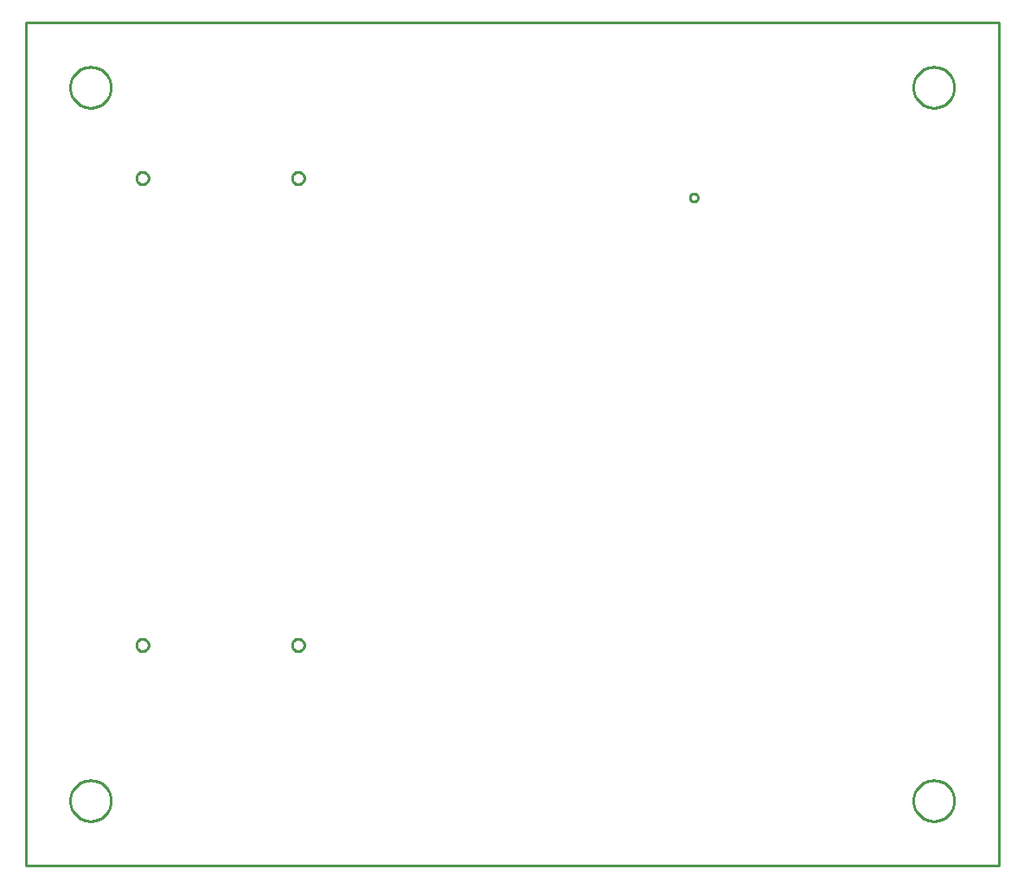
<source format=gbr>
G04 EAGLE Gerber RS-274X export*
G75*
%MOMM*%
%FSLAX34Y34*%
%LPD*%
%IN*%
%IPPOS*%
%AMOC8*
5,1,8,0,0,1.08239X$1,22.5*%
G01*
%ADD10C,0.254000*%


D10*
X0Y0D02*
X952500Y0D01*
X952500Y825500D01*
X0Y825500D01*
X0Y0D01*
X83500Y761396D02*
X83427Y760189D01*
X83281Y758989D01*
X83063Y757800D01*
X82774Y756627D01*
X82415Y755473D01*
X81986Y754343D01*
X81490Y753241D01*
X80928Y752170D01*
X80303Y751136D01*
X79616Y750141D01*
X78871Y749190D01*
X78069Y748285D01*
X77215Y747431D01*
X76310Y746629D01*
X75359Y745884D01*
X74364Y745197D01*
X73330Y744572D01*
X72259Y744010D01*
X71157Y743514D01*
X70027Y743085D01*
X68873Y742726D01*
X67700Y742437D01*
X66511Y742219D01*
X65311Y742073D01*
X64104Y742000D01*
X62896Y742000D01*
X61689Y742073D01*
X60489Y742219D01*
X59300Y742437D01*
X58127Y742726D01*
X56973Y743085D01*
X55843Y743514D01*
X54741Y744010D01*
X53670Y744572D01*
X52636Y745197D01*
X51641Y745884D01*
X50690Y746629D01*
X49785Y747431D01*
X48931Y748285D01*
X48129Y749190D01*
X47384Y750141D01*
X46697Y751136D01*
X46072Y752170D01*
X45510Y753241D01*
X45014Y754343D01*
X44585Y755473D01*
X44226Y756627D01*
X43937Y757800D01*
X43719Y758989D01*
X43573Y760189D01*
X43500Y761396D01*
X43500Y762604D01*
X43573Y763811D01*
X43719Y765011D01*
X43937Y766200D01*
X44226Y767373D01*
X44585Y768527D01*
X45014Y769657D01*
X45510Y770759D01*
X46072Y771830D01*
X46697Y772864D01*
X47384Y773859D01*
X48129Y774810D01*
X48931Y775715D01*
X49785Y776569D01*
X50690Y777371D01*
X51641Y778116D01*
X52636Y778803D01*
X53670Y779428D01*
X54741Y779990D01*
X55843Y780486D01*
X56973Y780915D01*
X58127Y781274D01*
X59300Y781563D01*
X60489Y781781D01*
X61689Y781927D01*
X62896Y782000D01*
X64104Y782000D01*
X65311Y781927D01*
X66511Y781781D01*
X67700Y781563D01*
X68873Y781274D01*
X70027Y780915D01*
X71157Y780486D01*
X72259Y779990D01*
X73330Y779428D01*
X74364Y778803D01*
X75359Y778116D01*
X76310Y777371D01*
X77215Y776569D01*
X78069Y775715D01*
X78871Y774810D01*
X79616Y773859D01*
X80303Y772864D01*
X80928Y771830D01*
X81490Y770759D01*
X81986Y769657D01*
X82415Y768527D01*
X82774Y767373D01*
X83063Y766200D01*
X83281Y765011D01*
X83427Y763811D01*
X83500Y762604D01*
X83500Y761396D01*
X909000Y761396D02*
X908927Y760189D01*
X908781Y758989D01*
X908563Y757800D01*
X908274Y756627D01*
X907915Y755473D01*
X907486Y754343D01*
X906990Y753241D01*
X906428Y752170D01*
X905803Y751136D01*
X905116Y750141D01*
X904371Y749190D01*
X903569Y748285D01*
X902715Y747431D01*
X901810Y746629D01*
X900859Y745884D01*
X899864Y745197D01*
X898830Y744572D01*
X897759Y744010D01*
X896657Y743514D01*
X895527Y743085D01*
X894373Y742726D01*
X893200Y742437D01*
X892011Y742219D01*
X890811Y742073D01*
X889604Y742000D01*
X888396Y742000D01*
X887189Y742073D01*
X885989Y742219D01*
X884800Y742437D01*
X883627Y742726D01*
X882473Y743085D01*
X881343Y743514D01*
X880241Y744010D01*
X879170Y744572D01*
X878136Y745197D01*
X877141Y745884D01*
X876190Y746629D01*
X875285Y747431D01*
X874431Y748285D01*
X873629Y749190D01*
X872884Y750141D01*
X872197Y751136D01*
X871572Y752170D01*
X871010Y753241D01*
X870514Y754343D01*
X870085Y755473D01*
X869726Y756627D01*
X869437Y757800D01*
X869219Y758989D01*
X869073Y760189D01*
X869000Y761396D01*
X869000Y762604D01*
X869073Y763811D01*
X869219Y765011D01*
X869437Y766200D01*
X869726Y767373D01*
X870085Y768527D01*
X870514Y769657D01*
X871010Y770759D01*
X871572Y771830D01*
X872197Y772864D01*
X872884Y773859D01*
X873629Y774810D01*
X874431Y775715D01*
X875285Y776569D01*
X876190Y777371D01*
X877141Y778116D01*
X878136Y778803D01*
X879170Y779428D01*
X880241Y779990D01*
X881343Y780486D01*
X882473Y780915D01*
X883627Y781274D01*
X884800Y781563D01*
X885989Y781781D01*
X887189Y781927D01*
X888396Y782000D01*
X889604Y782000D01*
X890811Y781927D01*
X892011Y781781D01*
X893200Y781563D01*
X894373Y781274D01*
X895527Y780915D01*
X896657Y780486D01*
X897759Y779990D01*
X898830Y779428D01*
X899864Y778803D01*
X900859Y778116D01*
X901810Y777371D01*
X902715Y776569D01*
X903569Y775715D01*
X904371Y774810D01*
X905116Y773859D01*
X905803Y772864D01*
X906428Y771830D01*
X906990Y770759D01*
X907486Y769657D01*
X907915Y768527D01*
X908274Y767373D01*
X908563Y766200D01*
X908781Y765011D01*
X908927Y763811D01*
X909000Y762604D01*
X909000Y761396D01*
X909000Y62896D02*
X908927Y61689D01*
X908781Y60489D01*
X908563Y59300D01*
X908274Y58127D01*
X907915Y56973D01*
X907486Y55843D01*
X906990Y54741D01*
X906428Y53670D01*
X905803Y52636D01*
X905116Y51641D01*
X904371Y50690D01*
X903569Y49785D01*
X902715Y48931D01*
X901810Y48129D01*
X900859Y47384D01*
X899864Y46697D01*
X898830Y46072D01*
X897759Y45510D01*
X896657Y45014D01*
X895527Y44585D01*
X894373Y44226D01*
X893200Y43937D01*
X892011Y43719D01*
X890811Y43573D01*
X889604Y43500D01*
X888396Y43500D01*
X887189Y43573D01*
X885989Y43719D01*
X884800Y43937D01*
X883627Y44226D01*
X882473Y44585D01*
X881343Y45014D01*
X880241Y45510D01*
X879170Y46072D01*
X878136Y46697D01*
X877141Y47384D01*
X876190Y48129D01*
X875285Y48931D01*
X874431Y49785D01*
X873629Y50690D01*
X872884Y51641D01*
X872197Y52636D01*
X871572Y53670D01*
X871010Y54741D01*
X870514Y55843D01*
X870085Y56973D01*
X869726Y58127D01*
X869437Y59300D01*
X869219Y60489D01*
X869073Y61689D01*
X869000Y62896D01*
X869000Y64104D01*
X869073Y65311D01*
X869219Y66511D01*
X869437Y67700D01*
X869726Y68873D01*
X870085Y70027D01*
X870514Y71157D01*
X871010Y72259D01*
X871572Y73330D01*
X872197Y74364D01*
X872884Y75359D01*
X873629Y76310D01*
X874431Y77215D01*
X875285Y78069D01*
X876190Y78871D01*
X877141Y79616D01*
X878136Y80303D01*
X879170Y80928D01*
X880241Y81490D01*
X881343Y81986D01*
X882473Y82415D01*
X883627Y82774D01*
X884800Y83063D01*
X885989Y83281D01*
X887189Y83427D01*
X888396Y83500D01*
X889604Y83500D01*
X890811Y83427D01*
X892011Y83281D01*
X893200Y83063D01*
X894373Y82774D01*
X895527Y82415D01*
X896657Y81986D01*
X897759Y81490D01*
X898830Y80928D01*
X899864Y80303D01*
X900859Y79616D01*
X901810Y78871D01*
X902715Y78069D01*
X903569Y77215D01*
X904371Y76310D01*
X905116Y75359D01*
X905803Y74364D01*
X906428Y73330D01*
X906990Y72259D01*
X907486Y71157D01*
X907915Y70027D01*
X908274Y68873D01*
X908563Y67700D01*
X908781Y66511D01*
X908927Y65311D01*
X909000Y64104D01*
X909000Y62896D01*
X83500Y62896D02*
X83427Y61689D01*
X83281Y60489D01*
X83063Y59300D01*
X82774Y58127D01*
X82415Y56973D01*
X81986Y55843D01*
X81490Y54741D01*
X80928Y53670D01*
X80303Y52636D01*
X79616Y51641D01*
X78871Y50690D01*
X78069Y49785D01*
X77215Y48931D01*
X76310Y48129D01*
X75359Y47384D01*
X74364Y46697D01*
X73330Y46072D01*
X72259Y45510D01*
X71157Y45014D01*
X70027Y44585D01*
X68873Y44226D01*
X67700Y43937D01*
X66511Y43719D01*
X65311Y43573D01*
X64104Y43500D01*
X62896Y43500D01*
X61689Y43573D01*
X60489Y43719D01*
X59300Y43937D01*
X58127Y44226D01*
X56973Y44585D01*
X55843Y45014D01*
X54741Y45510D01*
X53670Y46072D01*
X52636Y46697D01*
X51641Y47384D01*
X50690Y48129D01*
X49785Y48931D01*
X48931Y49785D01*
X48129Y50690D01*
X47384Y51641D01*
X46697Y52636D01*
X46072Y53670D01*
X45510Y54741D01*
X45014Y55843D01*
X44585Y56973D01*
X44226Y58127D01*
X43937Y59300D01*
X43719Y60489D01*
X43573Y61689D01*
X43500Y62896D01*
X43500Y64104D01*
X43573Y65311D01*
X43719Y66511D01*
X43937Y67700D01*
X44226Y68873D01*
X44585Y70027D01*
X45014Y71157D01*
X45510Y72259D01*
X46072Y73330D01*
X46697Y74364D01*
X47384Y75359D01*
X48129Y76310D01*
X48931Y77215D01*
X49785Y78069D01*
X50690Y78871D01*
X51641Y79616D01*
X52636Y80303D01*
X53670Y80928D01*
X54741Y81490D01*
X55843Y81986D01*
X56973Y82415D01*
X58127Y82774D01*
X59300Y83063D01*
X60489Y83281D01*
X61689Y83427D01*
X62896Y83500D01*
X64104Y83500D01*
X65311Y83427D01*
X66511Y83281D01*
X67700Y83063D01*
X68873Y82774D01*
X70027Y82415D01*
X71157Y81986D01*
X72259Y81490D01*
X73330Y80928D01*
X74364Y80303D01*
X75359Y79616D01*
X76310Y78871D01*
X77215Y78069D01*
X78069Y77215D01*
X78871Y76310D01*
X79616Y75359D01*
X80303Y74364D01*
X80928Y73330D01*
X81490Y72259D01*
X81986Y71157D01*
X82415Y70027D01*
X82774Y68873D01*
X83063Y67700D01*
X83281Y66511D01*
X83427Y65311D01*
X83500Y64104D01*
X83500Y62896D01*
X658025Y653789D02*
X657957Y653273D01*
X657822Y652770D01*
X657623Y652288D01*
X657362Y651837D01*
X657045Y651423D01*
X656677Y651055D01*
X656263Y650738D01*
X655812Y650477D01*
X655331Y650278D01*
X654827Y650143D01*
X654311Y650075D01*
X653789Y650075D01*
X653273Y650143D01*
X652770Y650278D01*
X652288Y650477D01*
X651837Y650738D01*
X651423Y651055D01*
X651055Y651423D01*
X650738Y651837D01*
X650477Y652288D01*
X650278Y652770D01*
X650143Y653273D01*
X650075Y653789D01*
X650075Y654311D01*
X650143Y654827D01*
X650278Y655331D01*
X650477Y655812D01*
X650738Y656263D01*
X651055Y656677D01*
X651423Y657045D01*
X651837Y657362D01*
X652288Y657623D01*
X652770Y657822D01*
X653273Y657957D01*
X653789Y658025D01*
X654311Y658025D01*
X654827Y657957D01*
X655331Y657822D01*
X655812Y657623D01*
X656263Y657362D01*
X656677Y657045D01*
X657045Y656677D01*
X657362Y656263D01*
X657623Y655812D01*
X657822Y655331D01*
X657957Y654827D01*
X658025Y654311D01*
X658025Y653789D01*
X260700Y673437D02*
X260775Y674107D01*
X260925Y674764D01*
X261148Y675400D01*
X261440Y676007D01*
X261799Y676578D01*
X262219Y677104D01*
X262696Y677581D01*
X263223Y678001D01*
X263793Y678360D01*
X264400Y678652D01*
X265036Y678875D01*
X265693Y679025D01*
X266363Y679100D01*
X267037Y679100D01*
X267707Y679025D01*
X268364Y678875D01*
X269000Y678652D01*
X269607Y678360D01*
X270178Y678001D01*
X270704Y677581D01*
X271181Y677104D01*
X271601Y676578D01*
X271960Y676007D01*
X272252Y675400D01*
X272475Y674764D01*
X272625Y674107D01*
X272700Y673437D01*
X272700Y672763D01*
X272625Y672093D01*
X272475Y671436D01*
X272252Y670800D01*
X271960Y670193D01*
X271601Y669623D01*
X271181Y669096D01*
X270704Y668619D01*
X270178Y668199D01*
X269607Y667840D01*
X269000Y667548D01*
X268364Y667325D01*
X267707Y667175D01*
X267037Y667100D01*
X266363Y667100D01*
X265693Y667175D01*
X265036Y667325D01*
X264400Y667548D01*
X263793Y667840D01*
X263223Y668199D01*
X262696Y668619D01*
X262219Y669096D01*
X261799Y669623D01*
X261440Y670193D01*
X261148Y670800D01*
X260925Y671436D01*
X260775Y672093D01*
X260700Y672763D01*
X260700Y673437D01*
X108300Y673437D02*
X108375Y674107D01*
X108525Y674764D01*
X108748Y675400D01*
X109040Y676007D01*
X109399Y676578D01*
X109819Y677104D01*
X110296Y677581D01*
X110823Y678001D01*
X111393Y678360D01*
X112000Y678652D01*
X112636Y678875D01*
X113293Y679025D01*
X113963Y679100D01*
X114637Y679100D01*
X115307Y679025D01*
X115964Y678875D01*
X116600Y678652D01*
X117207Y678360D01*
X117778Y678001D01*
X118304Y677581D01*
X118781Y677104D01*
X119201Y676578D01*
X119560Y676007D01*
X119852Y675400D01*
X120075Y674764D01*
X120225Y674107D01*
X120300Y673437D01*
X120300Y672763D01*
X120225Y672093D01*
X120075Y671436D01*
X119852Y670800D01*
X119560Y670193D01*
X119201Y669623D01*
X118781Y669096D01*
X118304Y668619D01*
X117778Y668199D01*
X117207Y667840D01*
X116600Y667548D01*
X115964Y667325D01*
X115307Y667175D01*
X114637Y667100D01*
X113963Y667100D01*
X113293Y667175D01*
X112636Y667325D01*
X112000Y667548D01*
X111393Y667840D01*
X110823Y668199D01*
X110296Y668619D01*
X109819Y669096D01*
X109399Y669623D01*
X109040Y670193D01*
X108748Y670800D01*
X108525Y671436D01*
X108375Y672093D01*
X108300Y672763D01*
X108300Y673437D01*
X260700Y216237D02*
X260775Y216907D01*
X260925Y217564D01*
X261148Y218200D01*
X261440Y218807D01*
X261799Y219378D01*
X262219Y219904D01*
X262696Y220381D01*
X263223Y220801D01*
X263793Y221160D01*
X264400Y221452D01*
X265036Y221675D01*
X265693Y221825D01*
X266363Y221900D01*
X267037Y221900D01*
X267707Y221825D01*
X268364Y221675D01*
X269000Y221452D01*
X269607Y221160D01*
X270178Y220801D01*
X270704Y220381D01*
X271181Y219904D01*
X271601Y219378D01*
X271960Y218807D01*
X272252Y218200D01*
X272475Y217564D01*
X272625Y216907D01*
X272700Y216237D01*
X272700Y215563D01*
X272625Y214893D01*
X272475Y214236D01*
X272252Y213600D01*
X271960Y212993D01*
X271601Y212423D01*
X271181Y211896D01*
X270704Y211419D01*
X270178Y210999D01*
X269607Y210640D01*
X269000Y210348D01*
X268364Y210125D01*
X267707Y209975D01*
X267037Y209900D01*
X266363Y209900D01*
X265693Y209975D01*
X265036Y210125D01*
X264400Y210348D01*
X263793Y210640D01*
X263223Y210999D01*
X262696Y211419D01*
X262219Y211896D01*
X261799Y212423D01*
X261440Y212993D01*
X261148Y213600D01*
X260925Y214236D01*
X260775Y214893D01*
X260700Y215563D01*
X260700Y216237D01*
X108300Y216237D02*
X108375Y216907D01*
X108525Y217564D01*
X108748Y218200D01*
X109040Y218807D01*
X109399Y219378D01*
X109819Y219904D01*
X110296Y220381D01*
X110823Y220801D01*
X111393Y221160D01*
X112000Y221452D01*
X112636Y221675D01*
X113293Y221825D01*
X113963Y221900D01*
X114637Y221900D01*
X115307Y221825D01*
X115964Y221675D01*
X116600Y221452D01*
X117207Y221160D01*
X117778Y220801D01*
X118304Y220381D01*
X118781Y219904D01*
X119201Y219378D01*
X119560Y218807D01*
X119852Y218200D01*
X120075Y217564D01*
X120225Y216907D01*
X120300Y216237D01*
X120300Y215563D01*
X120225Y214893D01*
X120075Y214236D01*
X119852Y213600D01*
X119560Y212993D01*
X119201Y212423D01*
X118781Y211896D01*
X118304Y211419D01*
X117778Y210999D01*
X117207Y210640D01*
X116600Y210348D01*
X115964Y210125D01*
X115307Y209975D01*
X114637Y209900D01*
X113963Y209900D01*
X113293Y209975D01*
X112636Y210125D01*
X112000Y210348D01*
X111393Y210640D01*
X110823Y210999D01*
X110296Y211419D01*
X109819Y211896D01*
X109399Y212423D01*
X109040Y212993D01*
X108748Y213600D01*
X108525Y214236D01*
X108375Y214893D01*
X108300Y215563D01*
X108300Y216237D01*
M02*

</source>
